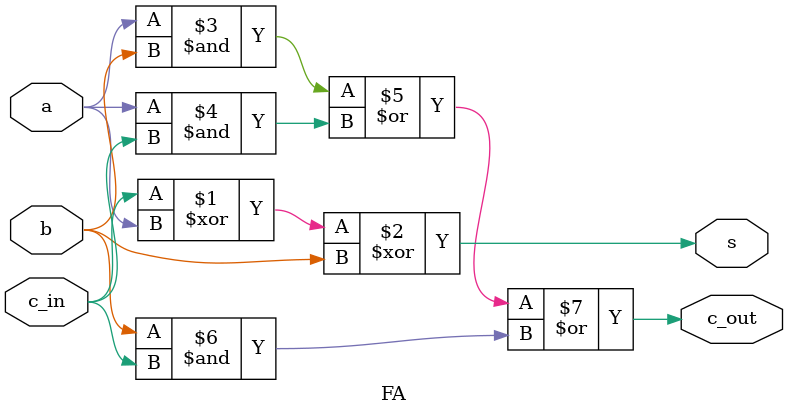
<source format=v>
module part2(a, b, c_in, s, c_out);
    input [3:0] a, b;
    input c_in;
    output [3:0] s; 
    output [3:0] c_out;
    wire c0, c1, c2;

    FA U0(a[0], b[0], c_in, s[0], c0);
    FA U1(a[1], b[1], c0, s[1], c1);
    FA U2(a[2], b[2], c1, s[2], c2);
    FA U3(a[3], b[3], c2, s[3], c_out[3]);

    assign c_out[0] = c0;
    assign c_out[1] = c1;
    assign c_out[2] = c2;
endmodule

module FA(a, b, c_in, s, c_out);
    input a, b, c_in;
    output s, c_out;

    assign s = c_in ^ a ^ b;
    assign c_out = (a & b) | (a & c_in) | (b & c_in);
endmodule
</source>
